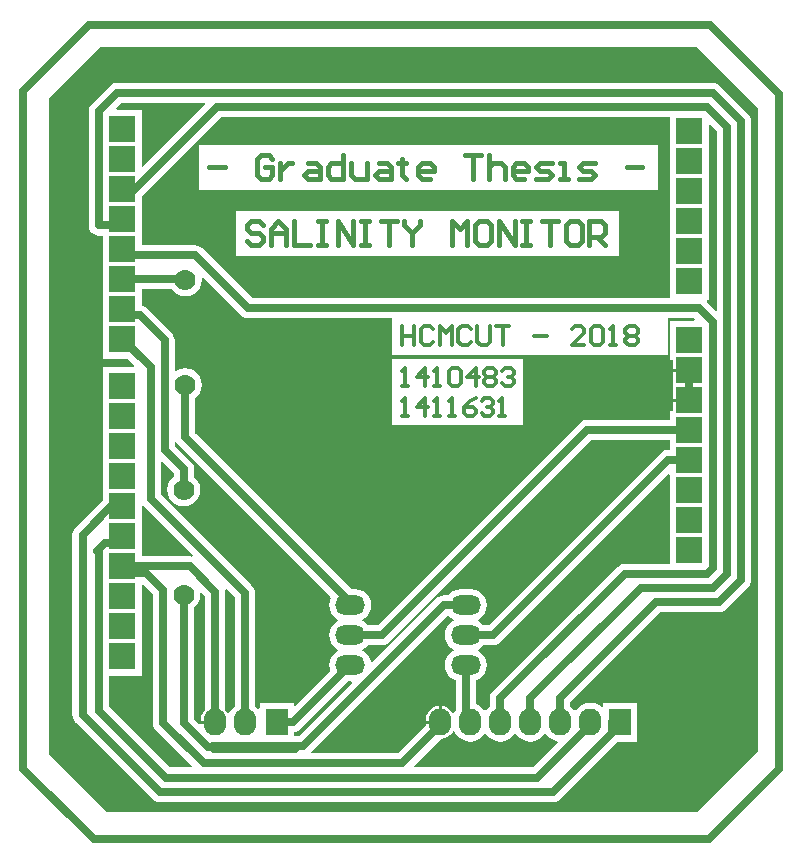
<source format=gtl>
G04 Layer_Physical_Order=1*
G04 Layer_Color=255*
%FSTAX24Y24*%
%MOIN*%
G70*
G01*
G75*
%ADD10C,0.0276*%
%ADD11C,0.0118*%
%ADD12C,0.0157*%
%ADD13C,0.0700*%
%ADD14O,0.1000X0.0660*%
%ADD15R,0.0906X0.0906*%
%ADD16O,0.0750X0.0900*%
%ADD17R,0.0750X0.0900*%
G36*
X05705Y04315D02*
Y02175D01*
X057Y0217D01*
X055Y0197D01*
X03535D01*
X0351Y01995D01*
X0334Y02165D01*
Y0259D01*
Y0435D01*
X0351Y0452D01*
X055D01*
X05705Y04315D01*
D02*
G37*
%LPC*%
G36*
X055536Y044015D02*
X035677D01*
X03559Y044003D01*
X035508Y04397D01*
X035438Y043916D01*
X034825Y043303D01*
X034771Y043233D01*
X034738Y043151D01*
X034726Y043064D01*
Y03926D01*
X034738Y039173D01*
X034771Y039091D01*
X034825Y039021D01*
X034895Y038968D01*
X034976Y038934D01*
X035064Y038922D01*
X035202D01*
Y038823D01*
Y037823D01*
Y036823D01*
Y035823D01*
Y034823D01*
X036023D01*
X036253Y034593D01*
X036234Y034547D01*
X035202D01*
Y033248D01*
Y032248D01*
Y031248D01*
Y030248D01*
Y030104D01*
X034289Y029192D01*
X034235Y029122D01*
X034202Y02904D01*
X03419Y028953D01*
Y022954D01*
X034202Y022867D01*
X034235Y022786D01*
X034289Y022716D01*
X036861Y020144D01*
X03693Y02009D01*
X037012Y020057D01*
X037099Y020045D01*
X050208D01*
X050296Y020057D01*
X050377Y02009D01*
X050447Y020144D01*
X052359Y022056D01*
X053022D01*
Y02335D01*
X051878D01*
Y023233D01*
X051828Y023209D01*
X051738Y023278D01*
X051599Y023335D01*
X05145Y023355D01*
X051301Y023335D01*
X051162Y023278D01*
X051042Y023186D01*
X050982Y023107D01*
X050918D01*
X050858Y023186D01*
X050788Y02324D01*
Y023363D01*
X053795Y026371D01*
X055732D01*
X055819Y026383D01*
X0559Y026416D01*
X05597Y02647D01*
X05672Y02722D01*
X056773Y027289D01*
X056807Y027371D01*
X056819Y027458D01*
Y042732D01*
X056807Y042819D01*
X056773Y042901D01*
X05672Y042971D01*
X055775Y043916D01*
X055705Y04397D01*
X055623Y044003D01*
X055536Y044015D01*
D02*
G37*
%LPD*%
G36*
X03862Y043293D02*
X036547Y04122D01*
X036501Y04124D01*
Y041823D01*
Y043122D01*
X035665D01*
X035646Y043168D01*
X035817Y04334D01*
X038601D01*
X03862Y043293D01*
D02*
G37*
G36*
X03981Y036261D02*
X03988Y036208D01*
X039961Y036174D01*
X040048Y036162D01*
X044853D01*
Y034953D01*
X054047D01*
Y036162D01*
X054915D01*
X054932Y036141D01*
X054907Y036091D01*
X054099D01*
Y034791D01*
X054196D01*
Y034491D01*
X054749D01*
Y034391D01*
X054196D01*
Y033888D01*
Y033491D01*
X054749D01*
Y033391D01*
X054196D01*
Y033091D01*
X054099D01*
Y032779D01*
X051341D01*
X051254Y032767D01*
X051172Y032733D01*
X051102Y03268D01*
X04436Y025938D01*
X044025D01*
X043996Y025976D01*
X043886Y02606D01*
X04385Y026075D01*
Y026125D01*
X043886Y02614D01*
X043996Y026224D01*
X04408Y026334D01*
X044133Y026462D01*
X044151Y0266D01*
X044133Y026738D01*
X04408Y026866D01*
X043996Y026976D01*
X043886Y02706D01*
X043758Y027113D01*
X04362Y027131D01*
X043496D01*
X038288Y03234D01*
Y03352D01*
X03834Y03356D01*
X038428Y033674D01*
X038483Y033807D01*
X038502Y03395D01*
X038483Y034093D01*
X038428Y034226D01*
X03834Y03434D01*
X038226Y034428D01*
X038093Y034483D01*
X03795Y034502D01*
X037807Y034483D01*
X037674Y034428D01*
X037648Y034407D01*
X037603Y034429D01*
Y035437D01*
X037591Y035524D01*
X037558Y035606D01*
X037504Y035676D01*
X036681Y036499D01*
X036611Y036552D01*
X03653Y036586D01*
X036501Y03659D01*
Y036823D01*
Y037135D01*
X037502D01*
X03756Y03706D01*
X037674Y036972D01*
X037807Y036917D01*
X03795Y036898D01*
X038093Y036917D01*
X038226Y036972D01*
X03834Y03706D01*
X038428Y037174D01*
X038483Y037307D01*
X038502Y03745D01*
X038494Y037511D01*
X038538Y037533D01*
X03981Y036261D01*
D02*
G37*
G36*
X054099Y041768D02*
Y040768D01*
Y039768D01*
Y038768D01*
Y037768D01*
Y036838D01*
X040188D01*
X038527Y038499D01*
X038457Y038552D01*
X038376Y038586D01*
X038289Y038597D01*
X036501D01*
Y038823D01*
Y039823D01*
Y04022D01*
X039148Y042867D01*
X054099D01*
Y041768D01*
D02*
G37*
G36*
X055671Y042396D02*
Y03644D01*
X055625Y036421D01*
X055328Y036718D01*
X055349Y036768D01*
X055398D01*
Y037768D01*
Y038768D01*
Y039768D01*
Y040768D01*
Y041768D01*
Y042604D01*
X055445Y042623D01*
X055671Y042396D01*
D02*
G37*
G36*
X037658Y032031D02*
X037711Y031961D01*
X042816Y026857D01*
X042767Y026738D01*
X042749Y0266D01*
X042767Y026462D01*
X04282Y026334D01*
X042904Y026224D01*
X043014Y02614D01*
X04305Y026125D01*
Y026075D01*
X043014Y02606D01*
X042904Y025976D01*
X04282Y025866D01*
X042767Y025738D01*
X042749Y0256D01*
X042767Y025462D01*
X04282Y025334D01*
X042904Y025224D01*
X043014Y02514D01*
X04305Y025125D01*
Y025075D01*
X043014Y02506D01*
X042904Y024976D01*
X04282Y024866D01*
X042767Y024738D01*
X042749Y0246D01*
X042767Y024462D01*
X042787Y024414D01*
X041618Y023245D01*
X041572Y023265D01*
Y023347D01*
X040428D01*
Y023169D01*
X040381Y023153D01*
X040358Y023183D01*
X040288Y023237D01*
Y027D01*
X040276Y027087D01*
X040242Y027169D01*
X040189Y027239D01*
X03713Y030297D01*
Y031367D01*
X037177Y031386D01*
X037562Y031D01*
Y03088D01*
X03751Y03084D01*
X037422Y030726D01*
X037367Y030593D01*
X037348Y03045D01*
X037367Y030307D01*
X037422Y030174D01*
X03751Y03006D01*
X037624Y029972D01*
X037757Y029917D01*
X0379Y029898D01*
X038043Y029917D01*
X038176Y029972D01*
X03829Y03006D01*
X038378Y030174D01*
X038433Y030307D01*
X038452Y03045D01*
X038433Y030593D01*
X038378Y030726D01*
X03829Y03084D01*
X038238Y03088D01*
Y03114D01*
X038226Y031227D01*
X038192Y031309D01*
X038139Y031379D01*
X037603Y031914D01*
Y032033D01*
X037653Y032043D01*
X037658Y032031D01*
D02*
G37*
G36*
X036554Y029918D02*
X038203Y02827D01*
X038201Y028265D01*
X038177Y028225D01*
X038102Y028235D01*
X036545D01*
X036501Y028248D01*
Y029248D01*
Y02991D01*
X036548Y029926D01*
X036554Y029918D01*
D02*
G37*
G36*
X054099Y031779D02*
X054041D01*
X053954Y031767D01*
X053872Y031733D01*
X053802Y03168D01*
X04806Y025938D01*
X047875D01*
X047846Y025976D01*
X047736Y02606D01*
X0477Y026075D01*
Y026125D01*
X047736Y02614D01*
X047846Y026224D01*
X04793Y026334D01*
X047983Y026462D01*
X048001Y0266D01*
X047983Y026738D01*
X04793Y026866D01*
X047846Y026976D01*
X047736Y02706D01*
X047608Y027113D01*
X04747Y027131D01*
X04713D01*
X046992Y027113D01*
X046864Y02706D01*
X046754Y026976D01*
X046725Y026938D01*
X04656D01*
X046473Y026926D01*
X046391Y026892D01*
X046321Y026839D01*
X044183Y024701D01*
X044136Y024717D01*
X044133Y024738D01*
X04408Y024866D01*
X043996Y024976D01*
X043886Y02506D01*
X04385Y025075D01*
Y025125D01*
X043886Y02514D01*
X043996Y025224D01*
X044025Y025262D01*
X0445D01*
X044587Y025274D01*
X044669Y025308D01*
X044739Y025361D01*
X051481Y032103D01*
X054099D01*
Y031779D01*
D02*
G37*
G36*
Y030957D02*
Y030791D01*
Y029791D01*
Y028791D01*
Y027991D01*
X0526D01*
X052513Y02798D01*
X052432Y027946D01*
X052362Y027892D01*
X048211Y023742D01*
X048158Y023672D01*
X048124Y023591D01*
X048112Y023503D01*
Y02324D01*
X048042Y023186D01*
X047982Y023107D01*
X047918D01*
X047858Y023186D01*
X047738Y023278D01*
X047638Y023319D01*
Y024099D01*
X047736Y02414D01*
X047846Y024224D01*
X04793Y024334D01*
X047983Y024462D01*
X048001Y0246D01*
X047983Y024738D01*
X04793Y024866D01*
X047846Y024976D01*
X047736Y02506D01*
X0477Y025075D01*
Y025125D01*
X047736Y02514D01*
X047846Y025224D01*
X047875Y025262D01*
X0482D01*
X048287Y025274D01*
X048369Y025308D01*
X048439Y025361D01*
X054053Y030976D01*
X054099Y030957D01*
D02*
G37*
G36*
X046741Y026241D02*
X046754Y026224D01*
X046864Y02614D01*
X0469Y026125D01*
Y026075D01*
X046864Y02606D01*
X046754Y025976D01*
X04667Y025866D01*
X046617Y025738D01*
X046599Y0256D01*
X046617Y025462D01*
X04667Y025334D01*
X046754Y025224D01*
X046864Y02514D01*
X0469Y025125D01*
Y025075D01*
X046864Y02506D01*
X046754Y024976D01*
X04667Y024866D01*
X046617Y024738D01*
X046599Y0246D01*
X046617Y024462D01*
X04667Y024334D01*
X046754Y024224D01*
X046864Y02414D01*
X046962Y024099D01*
Y023082D01*
X04695Y023066D01*
X046923Y022999D01*
X046873D01*
X046865Y023018D01*
X046789Y023117D01*
X04669Y023193D01*
X046574Y023241D01*
X0465Y023251D01*
Y022703D01*
X04645D01*
Y022653D01*
X045971D01*
Y022628D01*
X045974Y022602D01*
X045038Y021665D01*
X042173D01*
X042152Y021715D01*
X046682Y026245D01*
X046741Y026241D01*
D02*
G37*
G36*
X039612Y02686D02*
Y023237D01*
X039542Y023183D01*
X03945Y023063D01*
X039423Y022996D01*
X039373D01*
X039365Y023015D01*
X039289Y023114D01*
X039288Y023115D01*
Y02705D01*
X039278Y027124D01*
X039318Y027149D01*
X039322Y02715D01*
X039612Y02686D01*
D02*
G37*
G36*
X038612Y02691D02*
Y023115D01*
X038611Y023114D01*
X038535Y023015D01*
X038487Y022899D01*
X038471Y022775D01*
Y02275D01*
X03895D01*
Y02265D01*
X038471D01*
Y022649D01*
X038421Y022628D01*
X038238Y022811D01*
Y02652D01*
X03829Y02656D01*
X038378Y026674D01*
X038433Y026807D01*
X038452Y02695D01*
X038443Y027012D01*
X038488Y027034D01*
X038612Y02691D01*
D02*
G37*
G36*
X043505Y024022D02*
X041735Y022253D01*
X041572D01*
Y022365D01*
X041637Y022374D01*
X041719Y022408D01*
X041789Y022461D01*
X043396Y024069D01*
X043486D01*
X043505Y024022D01*
D02*
G37*
G36*
X04695Y02234D02*
X047042Y02222D01*
X047162Y022129D01*
X047301Y022071D01*
X04745Y022051D01*
X047599Y022071D01*
X047738Y022129D01*
X047858Y02222D01*
X047918Y022299D01*
X047982D01*
X048042Y02222D01*
X048162Y022129D01*
X048301Y022071D01*
X04845Y022051D01*
X048599Y022071D01*
X048738Y022129D01*
X048858Y02222D01*
X048918Y022299D01*
X048982D01*
X049042Y02222D01*
X049162Y022129D01*
X049301Y022071D01*
X04945Y022051D01*
X049599Y022071D01*
X049738Y022129D01*
X049858Y02222D01*
X049918Y022299D01*
X049982D01*
X050042Y02222D01*
X050162Y022129D01*
X050301Y022071D01*
X050349Y022065D01*
X050365Y022017D01*
X049541Y021193D01*
X045585D01*
X045566Y021239D01*
X04648Y022153D01*
X046574Y022165D01*
X04669Y022213D01*
X046789Y022289D01*
X046865Y022389D01*
X046873Y022407D01*
X046923D01*
X04695Y02234D01*
D02*
G37*
G36*
X036878Y026969D02*
Y022688D01*
X036889Y022601D01*
X036923Y022519D01*
X036977Y022449D01*
X038187Y021239D01*
X038168Y021193D01*
X037435D01*
X035401Y023226D01*
Y024248D01*
X036501D01*
Y025248D01*
Y026248D01*
Y02728D01*
X036547Y027299D01*
X036878Y026969D01*
D02*
G37*
%LPC*%
G36*
X049222Y034815D02*
X044853D01*
Y032603D01*
X049222D01*
Y034815D01*
D02*
G37*
G36*
X053697Y041949D02*
X038403D01*
Y040453D01*
X053697D01*
Y041949D01*
D02*
G37*
G36*
X052397Y039749D02*
X039653D01*
Y038253D01*
X052397D01*
Y039749D01*
D02*
G37*
G36*
X0464Y023251D02*
X046326Y023241D01*
X04621Y023193D01*
X046111Y023117D01*
X046035Y023018D01*
X045987Y022902D01*
X045971Y022778D01*
Y022753D01*
X0464D01*
Y023251D01*
D02*
G37*
%LPD*%
D10*
X038289Y03826D02*
X040048Y0365D01*
X05545Y04595D02*
X05775Y04365D01*
X03475Y04595D02*
X05545D01*
X05775Y02115D02*
Y04365D01*
X03255Y04375D02*
X03475Y04595D01*
X03255Y02115D02*
Y04375D01*
Y02115D02*
X0349Y0188D01*
X0554D01*
X05775Y02115D01*
X055069Y0365D02*
X055536Y036032D01*
X040048Y0365D02*
X055069D01*
X035472Y029898D02*
X035851D01*
X034528Y028953D02*
X035472Y029898D01*
X034528Y022954D02*
Y028953D01*
X05045Y022703D02*
Y023503D01*
X053655Y026709D01*
X05216Y022334D02*
Y022703D01*
X037099Y020383D02*
X050208D01*
X05216Y022334D01*
X05145Y022625D02*
Y022703D01*
X049681Y020855D02*
X05145Y022625D01*
X037295Y020855D02*
X049681D01*
X034528Y022954D02*
X037099Y020383D01*
X045178Y021328D02*
X04645Y0226D01*
X038576Y021328D02*
X045178D01*
X037215Y022688D02*
X038576Y021328D01*
X035064Y023086D02*
X037295Y020855D01*
X038839Y021867D02*
X038887Y021915D01*
X038704Y021867D02*
X038839D01*
X0379Y022671D02*
X038704Y021867D01*
X041875Y021915D02*
X04656Y0266D01*
X038887Y021915D02*
X041875D01*
X036064Y04026D02*
X039009Y043205D01*
X04845Y022703D02*
Y023503D01*
X0482Y0256D02*
X054041Y031441D01*
X0473Y0256D02*
X0482D01*
X04345Y0266D02*
Y0267D01*
X03795Y0322D02*
X04345Y0267D01*
X03795Y0322D02*
Y03395D01*
X0379Y03045D02*
Y03114D01*
X037265Y031774D02*
X0379Y03114D01*
X037265Y031774D02*
Y035437D01*
X03995Y0227D02*
Y027D01*
X036793Y030157D02*
X03995Y027D01*
X036793Y030157D02*
Y034531D01*
X04645Y0226D02*
Y022703D01*
X054749Y033441D02*
Y034441D01*
X035851Y027898D02*
X038102D01*
X036064Y027685D02*
X036639D01*
X037215Y027108D01*
Y022688D02*
Y027108D01*
X035064Y023086D02*
Y028361D01*
Y03926D02*
X035851D01*
Y039472D01*
X035064Y03926D02*
Y043064D01*
X035677Y043677D01*
X055536D01*
X056481Y042732D01*
Y027458D02*
Y042732D01*
X055732Y026709D02*
X056481Y027458D01*
X053655Y026709D02*
X055732D01*
X039009Y043205D02*
X05534D01*
X056009Y042536D01*
Y027654D02*
Y042536D01*
X055536Y027181D02*
X056009Y027654D01*
X053128Y027181D02*
X055536D01*
X04945Y023503D02*
X053128Y027181D01*
X04945Y022703D02*
Y023503D01*
X035851Y03826D02*
X038289D01*
X055536Y02785D02*
Y036032D01*
X05534Y027654D02*
X055536Y02785D01*
X0526Y027654D02*
X05534D01*
X04845Y023503D02*
X0526Y027654D01*
X035851Y029898D02*
X036064Y029685D01*
X035Y028425D02*
X035064Y028361D01*
X035Y028425D02*
X03526Y028685D01*
X035639D01*
X035851Y028898D01*
Y035472D02*
X036793Y034531D01*
X038102Y027898D02*
X03895Y02705D01*
Y0227D02*
Y02705D01*
X04656Y0266D02*
X0473D01*
X0379Y022671D02*
Y02695D01*
X054041Y031441D02*
X054749D01*
X051341Y032441D02*
X054749D01*
X0445Y0256D02*
X051341Y032441D01*
X04345Y0256D02*
X0445D01*
X036443Y03626D02*
X037265Y035437D01*
X036064Y03626D02*
X036443D01*
X035851Y036472D02*
X036064Y03626D01*
X038908Y0218D02*
X041623D01*
X0473Y022853D02*
Y0246D01*
X04155Y0227D02*
X04345Y0246D01*
X041Y0227D02*
X04155D01*
X035851Y037472D02*
X037928D01*
D11*
X045168Y03391D02*
X045365D01*
X045266D01*
Y0345D01*
X045168Y034402D01*
X045955Y03391D02*
Y0345D01*
X04566Y034205D01*
X046054D01*
X04625Y03391D02*
X046447D01*
X046349D01*
Y0345D01*
X04625Y034402D01*
X046742D02*
X046841Y0345D01*
X047038D01*
X047136Y034402D01*
Y034008D01*
X047038Y03391D01*
X046841D01*
X046742Y034008D01*
Y034402D01*
X047628Y03391D02*
Y0345D01*
X047333Y034205D01*
X047726D01*
X047923Y034402D02*
X048022Y0345D01*
X048218D01*
X048317Y034402D01*
Y034304D01*
X048218Y034205D01*
X048317Y034107D01*
Y034008D01*
X048218Y03391D01*
X048022D01*
X047923Y034008D01*
Y034107D01*
X048022Y034205D01*
X047923Y034304D01*
Y034402D01*
X048022Y034205D02*
X048218D01*
X048513Y034402D02*
X048612Y0345D01*
X048809D01*
X048907Y034402D01*
Y034304D01*
X048809Y034205D01*
X04871D01*
X048809D01*
X048907Y034107D01*
Y034008D01*
X048809Y03391D01*
X048612D01*
X048513Y034008D01*
X045168Y032918D02*
X045365D01*
X045266D01*
Y033508D01*
X045168Y03341D01*
X045955Y032918D02*
Y033508D01*
X04566Y033213D01*
X046054D01*
X04625Y032918D02*
X046447D01*
X046349D01*
Y033508D01*
X04625Y03341D01*
X046742Y032918D02*
X046939D01*
X046841D01*
Y033508D01*
X046742Y03341D01*
X047628Y033508D02*
X047431Y03341D01*
X047234Y033213D01*
Y033017D01*
X047333Y032918D01*
X04753D01*
X047628Y033017D01*
Y033115D01*
X04753Y033213D01*
X047234D01*
X047825Y03341D02*
X047923Y033508D01*
X04812D01*
X048218Y03341D01*
Y033312D01*
X04812Y033213D01*
X048022D01*
X04812D01*
X048218Y033115D01*
Y033017D01*
X04812Y032918D01*
X047923D01*
X047825Y033017D01*
X048415Y032918D02*
X048612D01*
X048513D01*
Y033508D01*
X048415Y03341D01*
X045168Y035898D02*
Y035268D01*
Y035583D01*
X045588D01*
Y035898D01*
Y035268D01*
X046218Y035793D02*
X046113Y035898D01*
X045903D01*
X045798Y035793D01*
Y035373D01*
X045903Y035268D01*
X046113D01*
X046218Y035373D01*
X046428Y035268D02*
Y035898D01*
X046637Y035688D01*
X046847Y035898D01*
Y035268D01*
X047477Y035793D02*
X047372Y035898D01*
X047162D01*
X047057Y035793D01*
Y035373D01*
X047162Y035268D01*
X047372D01*
X047477Y035373D01*
X047687Y035898D02*
Y035373D01*
X047792Y035268D01*
X048002D01*
X048107Y035373D01*
Y035898D01*
X048317D02*
X048737D01*
X048527D01*
Y035268D01*
X049576Y035583D02*
X049996D01*
X051255Y035268D02*
X050836D01*
X051255Y035688D01*
Y035793D01*
X05115Y035898D01*
X050941D01*
X050836Y035793D01*
X051465D02*
X05157Y035898D01*
X05178D01*
X051885Y035793D01*
Y035373D01*
X05178Y035268D01*
X05157D01*
X051465Y035373D01*
Y035793D01*
X052095Y035268D02*
X052305D01*
X0522D01*
Y035898D01*
X052095Y035793D01*
X05262D02*
X052725Y035898D01*
X052935D01*
X05304Y035793D01*
Y035688D01*
X052935Y035583D01*
X05304Y035478D01*
Y035373D01*
X052935Y035268D01*
X052725D01*
X05262Y035373D01*
Y035478D01*
X052725Y035583D01*
X05262Y035688D01*
Y035793D01*
X052725Y035583D02*
X052935D01*
D12*
X040532Y039263D02*
X040401Y039395D01*
X040139D01*
X040007Y039263D01*
Y039132D01*
X040139Y039001D01*
X040401D01*
X040532Y03887D01*
Y038739D01*
X040401Y038607D01*
X040139D01*
X040007Y038739D01*
X040795Y038607D02*
Y039132D01*
X041057Y039395D01*
X041319Y039132D01*
Y038607D01*
Y039001D01*
X040795D01*
X041582Y039395D02*
Y038607D01*
X042107D01*
X042369Y039395D02*
X042631D01*
X0425D01*
Y038607D01*
X042369D01*
X042631D01*
X043025D02*
Y039395D01*
X04355Y038607D01*
Y039395D01*
X043812D02*
X044074D01*
X043943D01*
Y038607D01*
X043812D01*
X044074D01*
X044468Y039395D02*
X044993D01*
X04473D01*
Y038607D01*
X045255Y039395D02*
Y039263D01*
X045518Y039001D01*
X04578Y039263D01*
Y039395D01*
X045518Y039001D02*
Y038607D01*
X046829D02*
Y039395D01*
X047092Y039132D01*
X047354Y039395D01*
Y038607D01*
X04801Y039395D02*
X047748D01*
X047617Y039263D01*
Y038739D01*
X047748Y038607D01*
X04801D01*
X048141Y038739D01*
Y039263D01*
X04801Y039395D01*
X048404Y038607D02*
Y039395D01*
X048928Y038607D01*
Y039395D01*
X049191D02*
X049453D01*
X049322D01*
Y038607D01*
X049191D01*
X049453D01*
X049847Y039395D02*
X050372D01*
X050109D01*
Y038607D01*
X051028Y039395D02*
X050765D01*
X050634Y039263D01*
Y038739D01*
X050765Y038607D01*
X051028D01*
X051159Y038739D01*
Y039263D01*
X051028Y039395D01*
X051421Y038607D02*
Y039395D01*
X051815D01*
X051946Y039263D01*
Y039001D01*
X051815Y03887D01*
X051421D01*
X051684D02*
X051946Y038607D01*
X038757Y041201D02*
X039282D01*
X040857Y041463D02*
X040725Y041595D01*
X040463D01*
X040332Y041463D01*
Y040939D01*
X040463Y040807D01*
X040725D01*
X040857Y040939D01*
Y041201D01*
X040594D01*
X041119Y041332D02*
Y040807D01*
Y04107D01*
X04125Y041201D01*
X041381Y041332D01*
X041512D01*
X042037D02*
X0423D01*
X042431Y041201D01*
Y040807D01*
X042037D01*
X041906Y040939D01*
X042037Y04107D01*
X042431D01*
X043218Y041595D02*
Y040807D01*
X042824D01*
X042693Y040939D01*
Y041201D01*
X042824Y041332D01*
X043218D01*
X04348D02*
Y040939D01*
X043612Y040807D01*
X044005D01*
Y041332D01*
X044399D02*
X044661D01*
X044792Y041201D01*
Y040807D01*
X044399D01*
X044268Y040939D01*
X044399Y04107D01*
X044792D01*
X045186Y041463D02*
Y041332D01*
X045055D01*
X045317D01*
X045186D01*
Y040939D01*
X045317Y040807D01*
X046104D02*
X045842D01*
X045711Y040939D01*
Y041201D01*
X045842Y041332D01*
X046104D01*
X046235Y041201D01*
Y04107D01*
X045711D01*
X047285Y041595D02*
X04781D01*
X047547D01*
Y040807D01*
X048072Y041595D02*
Y040807D01*
Y041201D01*
X048203Y041332D01*
X048466D01*
X048597Y041201D01*
Y040807D01*
X049253D02*
X04899D01*
X048859Y040939D01*
Y041201D01*
X04899Y041332D01*
X049253D01*
X049384Y041201D01*
Y04107D01*
X048859D01*
X049646Y040807D02*
X05004D01*
X050171Y040939D01*
X05004Y04107D01*
X049778D01*
X049646Y041201D01*
X049778Y041332D01*
X050171D01*
X050434Y040807D02*
X050696D01*
X050565D01*
Y041332D01*
X050434D01*
X051089Y040807D02*
X051483D01*
X051614Y040939D01*
X051483Y04107D01*
X051221D01*
X051089Y041201D01*
X051221Y041332D01*
X051614D01*
X052664Y041201D02*
X053189D01*
D13*
X03795Y03745D02*
D03*
Y03395D02*
D03*
X0379Y03045D02*
D03*
Y02695D02*
D03*
D14*
X0473Y0266D02*
D03*
Y0256D02*
D03*
Y0246D02*
D03*
X04345Y0266D02*
D03*
Y0256D02*
D03*
Y0246D02*
D03*
D15*
X054749Y037417D02*
D03*
Y038417D02*
D03*
Y039417D02*
D03*
Y040417D02*
D03*
Y041417D02*
D03*
Y042417D02*
D03*
Y028441D02*
D03*
Y029441D02*
D03*
Y030441D02*
D03*
Y031441D02*
D03*
Y032441D02*
D03*
Y033441D02*
D03*
Y034441D02*
D03*
Y035441D02*
D03*
X035851Y042472D02*
D03*
Y041472D02*
D03*
Y035472D02*
D03*
Y036472D02*
D03*
Y037472D02*
D03*
Y038472D02*
D03*
Y039472D02*
D03*
Y040472D02*
D03*
Y027898D02*
D03*
Y028898D02*
D03*
Y029898D02*
D03*
Y030898D02*
D03*
Y031898D02*
D03*
Y032898D02*
D03*
Y033898D02*
D03*
Y026898D02*
D03*
Y025898D02*
D03*
Y024898D02*
D03*
D16*
X04745Y022703D02*
D03*
X04945D02*
D03*
X05045D02*
D03*
X05145D02*
D03*
X04845D02*
D03*
X04645D02*
D03*
X03995Y0227D02*
D03*
X03895D02*
D03*
D17*
X05245Y022703D02*
D03*
X041Y0227D02*
D03*
M02*

</source>
